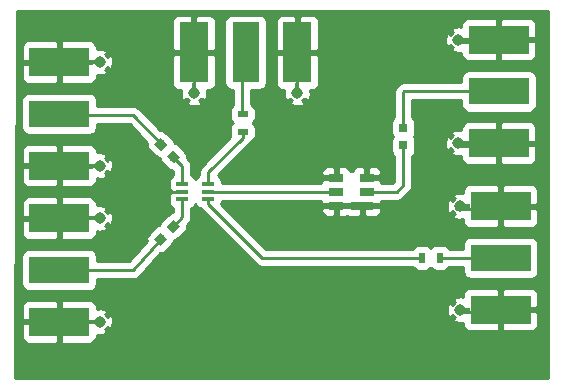
<source format=gbr>
%TF.GenerationSoftware,KiCad,Pcbnew,(2017-10-17 revision 537804b)-master*%
%TF.CreationDate,2018-07-24T22:51:58+10:00*%
%TF.ProjectId,rf_matching,72665F6D61746368696E672E6B696361,rev?*%
%TF.SameCoordinates,PX8094428PY7b4f620*%
%TF.FileFunction,Copper,L1,Top,Signal*%
%TF.FilePolarity,Positive*%
%FSLAX46Y46*%
G04 Gerber Fmt 4.6, Leading zero omitted, Abs format (unit mm)*
G04 Created by KiCad (PCBNEW (2017-10-17 revision 537804b)-master) date Tuesday, 24 July 2018 'PMt' 22:51:58*
%MOMM*%
%LPD*%
G01*
G04 APERTURE LIST*
%TA.AperFunction,SMDPad,CuDef*%
%ADD10R,5.080000X2.290000*%
%TD*%
%TA.AperFunction,SMDPad,CuDef*%
%ADD11R,5.080000X2.420000*%
%TD*%
%TA.AperFunction,ViaPad*%
%ADD12C,0.970000*%
%TD*%
%TA.AperFunction,Conductor*%
%ADD13R,0.890000X0.460000*%
%TD*%
%TA.AperFunction,SMDPad,CuDef*%
%ADD14R,1.000000X0.300000*%
%TD*%
%TA.AperFunction,SMDPad,CuDef*%
%ADD15R,1.960000X0.650000*%
%TD*%
%TA.AperFunction,SMDPad,CuDef*%
%ADD16R,1.200000X0.650000*%
%TD*%
%TA.AperFunction,SMDPad,CuDef*%
%ADD17R,2.290000X5.080000*%
%TD*%
%TA.AperFunction,SMDPad,CuDef*%
%ADD18R,2.420000X5.080000*%
%TD*%
%TA.AperFunction,Conductor*%
%ADD19R,0.460000X0.890000*%
%TD*%
%TA.AperFunction,SMDPad,CuDef*%
%ADD20R,0.900000X0.500000*%
%TD*%
%TA.AperFunction,SMDPad,CuDef*%
%ADD21R,0.500000X0.900000*%
%TD*%
%TA.AperFunction,SMDPad,CuDef*%
%ADD22R,0.750000X0.800000*%
%TD*%
%TA.AperFunction,SMDPad,CuDef*%
%ADD23C,0.750000*%
%TD*%
%TA.AperFunction,Conductor*%
%ADD24C,0.100000*%
%TD*%
%TA.AperFunction,Conductor*%
%ADD25C,0.250000*%
%TD*%
%TA.AperFunction,Conductor*%
%ADD26C,0.254000*%
%TD*%
G04 APERTURE END LIST*
D10*
%TO.P,J1,1*%
%TO.N,Net-(C2-Pad2)*%
X23505000Y42150000D03*
D11*
%TO.P,J1,2*%
%TO.N,GND*%
X23505000Y46530000D03*
X23505000Y37770000D03*
D12*
%TD*%
%TO.N,GND*%
%TO.C,J1*%
X26945000Y46530000D03*
%TO.N,GND*%
%TO.C,J1*%
X26945000Y37770000D03*
D13*
X26495000Y46530000D03*
X26495000Y37770000D03*
%TD*%
%TO.N,GND*%
%TO.C,J2*%
X26495000Y24545000D03*
X26495000Y33305000D03*
D12*
X26945000Y24545000D03*
X26945000Y33305000D03*
D11*
%TD*%
%TO.P,J2,2*%
%TO.N,GND*%
X23505000Y24545000D03*
%TO.P,J2,2*%
%TO.N,GND*%
X23505000Y33305000D03*
D10*
%TO.P,J2,1*%
%TO.N,Net-(C3-Pad2)*%
X23505000Y28925000D03*
%TD*%
%TO.P,J3,1*%
%TO.N,Net-(J3-Pad1)*%
X60895000Y29950000D03*
D11*
%TO.P,J3,2*%
%TO.N,GND*%
X60895000Y25570000D03*
X60895000Y34330000D03*
D12*
%TD*%
%TO.N,GND*%
%TO.C,J3*%
X57455000Y25570000D03*
%TO.N,GND*%
%TO.C,J3*%
X57455000Y34330000D03*
D13*
X57905000Y25570000D03*
X57905000Y34330000D03*
%TD*%
%TO.N,GND*%
%TO.C,J4*%
X57755000Y48430000D03*
X57755000Y39670000D03*
D12*
X57305000Y48430000D03*
X57305000Y39670000D03*
D11*
%TD*%
%TO.P,J4,2*%
%TO.N,GND*%
X60745000Y48430000D03*
%TO.P,J4,2*%
%TO.N,GND*%
X60745000Y39670000D03*
D10*
%TO.P,J4,1*%
%TO.N,Net-(C1-Pad1)*%
X60745000Y44050000D03*
%TD*%
D14*
%TO.P,U1,1*%
%TO.N,Net-(C2-Pad1)*%
X33950000Y36200000D03*
%TO.P,U1,2*%
%TO.N,GND*%
X33950000Y35550000D03*
%TO.P,U1,3*%
%TO.N,Net-(C3-Pad1)*%
X33950000Y34900000D03*
%TO.P,U1,4*%
%TO.N,Net-(R2-Pad2)*%
X36150000Y34900000D03*
%TO.P,U1,5*%
%TO.N,Net-(U1-Pad5)*%
X36150000Y35550000D03*
%TO.P,U1,6*%
%TO.N,Net-(R1-Pad1)*%
X36150000Y36200000D03*
%TD*%
D15*
%TO.P,U2,1*%
%TO.N,GND*%
X49180000Y34350000D03*
D16*
%TO.P,U2,2*%
%TO.N,Net-(C1-Pad2)*%
X49550000Y35550000D03*
%TO.P,U2,3*%
%TO.N,GND*%
X49550000Y36750000D03*
%TO.P,U2,4*%
X46950000Y36750000D03*
%TO.P,U2,5*%
%TO.N,Net-(U1-Pad5)*%
X46950000Y35550000D03*
%TO.P,U2,6*%
%TO.N,GND*%
X46950000Y34350000D03*
%TD*%
D17*
%TO.P,J5,1*%
%TO.N,Net-(J5-Pad1)*%
X39300000Y47345000D03*
D18*
%TO.P,J5,2*%
%TO.N,GND*%
X43680000Y47345000D03*
X34920000Y47345000D03*
D12*
%TD*%
%TO.N,GND*%
%TO.C,J5*%
X43680000Y43905000D03*
%TO.N,GND*%
%TO.C,J5*%
X34920000Y43905000D03*
D19*
X43680000Y44355000D03*
X34920000Y44355000D03*
%TD*%
D20*
%TO.P,R1,2*%
%TO.N,Net-(J5-Pad1)*%
X39050000Y42125000D03*
%TO.P,R1,1*%
%TO.N,Net-(R1-Pad1)*%
X39050000Y40625000D03*
%TD*%
D21*
%TO.P,R2,1*%
%TO.N,Net-(J3-Pad1)*%
X55725000Y29975000D03*
%TO.P,R2,2*%
%TO.N,Net-(R2-Pad2)*%
X54225000Y29975000D03*
%TD*%
D22*
%TO.P,C1,2*%
%TO.N,Net-(C1-Pad2)*%
X52650000Y39475000D03*
%TO.P,C1,1*%
%TO.N,Net-(C1-Pad1)*%
X52650000Y40975000D03*
%TD*%
D23*
%TO.P,C2,2*%
%TO.N,Net-(C2-Pad2)*%
X32119670Y39555330D03*
D24*
%TD*%
%TO.N,Net-(C2-Pad2)*%
%TO.C,C2*%
G36*
X32667678Y39537652D02*
X32137348Y39007322D01*
X31571662Y39573008D01*
X32101992Y40103338D01*
X32667678Y39537652D01*
X32667678Y39537652D01*
G37*
D23*
%TO.P,C2,1*%
%TO.N,Net-(C2-Pad1)*%
X33180330Y38494670D03*
D24*
%TD*%
%TO.N,Net-(C2-Pad1)*%
%TO.C,C2*%
G36*
X33728338Y38476992D02*
X33198008Y37946662D01*
X32632322Y38512348D01*
X33162652Y39042678D01*
X33728338Y38476992D01*
X33728338Y38476992D01*
G37*
D23*
%TO.P,C3,1*%
%TO.N,Net-(C3-Pad1)*%
X33155330Y32605330D03*
D24*
%TD*%
%TO.N,Net-(C3-Pad1)*%
%TO.C,C3*%
G36*
X33173008Y33153338D02*
X33703338Y32623008D01*
X33137652Y32057322D01*
X32607322Y32587652D01*
X33173008Y33153338D01*
X33173008Y33153338D01*
G37*
D23*
%TO.P,C3,2*%
%TO.N,Net-(C3-Pad2)*%
X32094670Y31544670D03*
D24*
%TD*%
%TO.N,Net-(C3-Pad2)*%
%TO.C,C3*%
G36*
X32112348Y32092678D02*
X32642678Y31562348D01*
X32076992Y30996662D01*
X31546662Y31526992D01*
X32112348Y32092678D01*
X32112348Y32092678D01*
G37*
D25*
%TO.N,GND*%
X43680000Y43905000D02*
X43680000Y47345000D01*
X34920000Y43905000D02*
X34920000Y47345000D01*
X43430000Y45105000D02*
X43430000Y48545000D01*
X34670000Y45105000D02*
X34670000Y48545000D01*
X33950000Y35550000D02*
X28390000Y35550000D01*
X22755000Y33305000D02*
X25545000Y33305000D01*
X25545000Y33305000D02*
X26195000Y33305000D01*
X22755000Y24545000D02*
X25545000Y24545000D01*
X25545000Y24545000D02*
X26195000Y24545000D01*
%TO.N,Net-(J3-Pad1)*%
X60895000Y29950000D02*
X55750000Y29950000D01*
X55750000Y29950000D02*
X55725000Y29975000D01*
%TO.N,Net-(U1-Pad5)*%
X36150000Y35550000D02*
X46950000Y35550000D01*
%TO.N,Net-(J5-Pad1)*%
X39025000Y47370000D02*
X39025000Y42150000D01*
%TO.N,Net-(R1-Pad1)*%
X36150000Y36200000D02*
X36150000Y37225000D01*
X36150000Y37225000D02*
X39050000Y40125000D01*
X39050000Y40125000D02*
X39050000Y40625000D01*
%TO.N,Net-(R2-Pad2)*%
X54225000Y29975000D02*
X40675000Y29975000D01*
X40675000Y29975000D02*
X36150000Y34500000D01*
X36150000Y34500000D02*
X36150000Y34900000D01*
%TO.N,Net-(C1-Pad2)*%
X49550000Y35550000D02*
X52075000Y35550000D01*
X52075000Y35550000D02*
X52650000Y36125000D01*
X52650000Y36125000D02*
X52650000Y39475000D01*
%TO.N,Net-(C2-Pad2)*%
X29800000Y42050000D02*
X32119670Y39555330D01*
%TO.N,Net-(C2-Pad1)*%
X33180330Y38494670D02*
X33950000Y37725000D01*
X33950000Y37725000D02*
X33950000Y36200000D01*
%TO.N,Net-(C3-Pad1)*%
X33950000Y33400000D02*
X33950000Y34900000D01*
X33155330Y32605330D02*
X33950000Y33400000D01*
%TO.N,Net-(C3-Pad2)*%
X29800000Y28900000D02*
X32094670Y31544670D01*
X29800000Y28900000D02*
X22855000Y28900000D01*
%TO.N,Net-(C2-Pad2)*%
X29800000Y42050000D02*
X22830000Y42050000D01*
%TO.N,GND*%
X22830000Y37670000D02*
X26270000Y37670000D01*
X22830000Y46430000D02*
X26270000Y46430000D01*
X60695000Y48205000D02*
X57255000Y48205000D01*
X60695000Y39445000D02*
X57255000Y39445000D01*
X60570000Y34105000D02*
X57130000Y34105000D01*
X60570000Y25345000D02*
X57130000Y25345000D01*
%TO.N,Net-(J5-Pad1)*%
X39025000Y42150000D02*
X39050000Y42125000D01*
%TO.N,Net-(C1-Pad1)*%
X52650000Y40975000D02*
X52650000Y44000000D01*
X52650000Y44000000D02*
X52700000Y44050000D01*
X52700000Y44050000D02*
X60745000Y44050000D01*
%TD*%
D26*
%TO.N,GND*%
G36*
X64940000Y19760000D02*
X21979151Y19760000D01*
X19764462Y19774459D01*
X19791997Y24259250D01*
X20330000Y24259250D01*
X20330000Y23208690D01*
X20426673Y22975301D01*
X20605302Y22796673D01*
X20838691Y22700000D01*
X23219250Y22700000D01*
X23378000Y22858750D01*
X23378000Y24418000D01*
X20488750Y24418000D01*
X20330000Y24259250D01*
X19791997Y24259250D01*
X19801955Y25881310D01*
X20330000Y25881310D01*
X20330000Y24830750D01*
X20488750Y24672000D01*
X23378000Y24672000D01*
X23378000Y26231250D01*
X23632000Y26231250D01*
X23632000Y24672000D01*
X23652000Y24672000D01*
X23652000Y24418000D01*
X23632000Y24418000D01*
X23632000Y22858750D01*
X23790750Y22700000D01*
X26171309Y22700000D01*
X26404698Y22796673D01*
X26583327Y22975301D01*
X26680000Y23208690D01*
X26680000Y23452871D01*
X26803564Y23411851D01*
X27247968Y23443982D01*
X27509308Y23552232D01*
X27544595Y23765800D01*
X27416710Y23893685D01*
X27478327Y23955301D01*
X27547443Y24122162D01*
X27724200Y23945405D01*
X27937768Y23980692D01*
X28078149Y24403564D01*
X28046018Y24847968D01*
X27937768Y25109308D01*
X27724200Y25144595D01*
X27547443Y24967838D01*
X27478327Y25134699D01*
X27416710Y25196315D01*
X27544595Y25324200D01*
X27509308Y25537768D01*
X27086436Y25678149D01*
X26680000Y25648763D01*
X26680000Y25711436D01*
X56321851Y25711436D01*
X56353982Y25267032D01*
X56462232Y25005692D01*
X56675800Y24970405D01*
X56852557Y25147162D01*
X56921673Y24980301D01*
X56983290Y24918685D01*
X56855405Y24790800D01*
X56890692Y24577232D01*
X57313564Y24436851D01*
X57720000Y24466237D01*
X57720000Y24233690D01*
X57816673Y24000301D01*
X57995302Y23821673D01*
X58228691Y23725000D01*
X60609250Y23725000D01*
X60768000Y23883750D01*
X60768000Y25443000D01*
X61022000Y25443000D01*
X61022000Y23883750D01*
X61180750Y23725000D01*
X63561309Y23725000D01*
X63794698Y23821673D01*
X63973327Y24000301D01*
X64070000Y24233690D01*
X64070000Y25284250D01*
X63911250Y25443000D01*
X61022000Y25443000D01*
X60768000Y25443000D01*
X60748000Y25443000D01*
X60748000Y25697000D01*
X60768000Y25697000D01*
X60768000Y27256250D01*
X61022000Y27256250D01*
X61022000Y25697000D01*
X63911250Y25697000D01*
X64070000Y25855750D01*
X64070000Y26906310D01*
X63973327Y27139699D01*
X63794698Y27318327D01*
X63561309Y27415000D01*
X61180750Y27415000D01*
X61022000Y27256250D01*
X60768000Y27256250D01*
X60609250Y27415000D01*
X58228691Y27415000D01*
X57995302Y27318327D01*
X57816673Y27139699D01*
X57720000Y26906310D01*
X57720000Y26662129D01*
X57596436Y26703149D01*
X57152032Y26671018D01*
X56890692Y26562768D01*
X56855405Y26349200D01*
X56983290Y26221315D01*
X56921673Y26159699D01*
X56852557Y25992838D01*
X56675800Y26169595D01*
X56462232Y26134308D01*
X56321851Y25711436D01*
X26680000Y25711436D01*
X26680000Y25881310D01*
X26583327Y26114699D01*
X26404698Y26293327D01*
X26171309Y26390000D01*
X23790750Y26390000D01*
X23632000Y26231250D01*
X23378000Y26231250D01*
X23219250Y26390000D01*
X20838691Y26390000D01*
X20605302Y26293327D01*
X20426673Y26114699D01*
X20330000Y25881310D01*
X19801955Y25881310D01*
X19845779Y33019250D01*
X20330000Y33019250D01*
X20330000Y31968690D01*
X20426673Y31735301D01*
X20605302Y31556673D01*
X20838691Y31460000D01*
X23219250Y31460000D01*
X23378000Y31618750D01*
X23378000Y33178000D01*
X20488750Y33178000D01*
X20330000Y33019250D01*
X19845779Y33019250D01*
X19855738Y34641310D01*
X20330000Y34641310D01*
X20330000Y33590750D01*
X20488750Y33432000D01*
X23378000Y33432000D01*
X23378000Y34991250D01*
X23632000Y34991250D01*
X23632000Y33432000D01*
X23652000Y33432000D01*
X23652000Y33178000D01*
X23632000Y33178000D01*
X23632000Y31618750D01*
X23790750Y31460000D01*
X26171309Y31460000D01*
X26404698Y31556673D01*
X26583327Y31735301D01*
X26680000Y31968690D01*
X26680000Y32212871D01*
X26803564Y32171851D01*
X27247968Y32203982D01*
X27509308Y32312232D01*
X27544595Y32525800D01*
X27416710Y32653685D01*
X27478327Y32715301D01*
X27547443Y32882162D01*
X27724200Y32705405D01*
X27937768Y32740692D01*
X28078149Y33163564D01*
X28046018Y33607968D01*
X27937768Y33869308D01*
X27724200Y33904595D01*
X27547443Y33727838D01*
X27478327Y33894699D01*
X27416710Y33956315D01*
X27544595Y34084200D01*
X27509308Y34297768D01*
X27086436Y34438149D01*
X26680000Y34408763D01*
X26680000Y34641310D01*
X26583327Y34874699D01*
X26404698Y35053327D01*
X26171309Y35150000D01*
X23790750Y35150000D01*
X23632000Y34991250D01*
X23378000Y34991250D01*
X23219250Y35150000D01*
X20838691Y35150000D01*
X20605302Y35053327D01*
X20426673Y34874699D01*
X20330000Y34641310D01*
X19855738Y34641310D01*
X19873193Y37484250D01*
X20330000Y37484250D01*
X20330000Y36433690D01*
X20426673Y36200301D01*
X20605302Y36021673D01*
X20838691Y35925000D01*
X23219250Y35925000D01*
X23378000Y36083750D01*
X23378000Y37643000D01*
X20488750Y37643000D01*
X20330000Y37484250D01*
X19873193Y37484250D01*
X19883152Y39106310D01*
X20330000Y39106310D01*
X20330000Y38055750D01*
X20488750Y37897000D01*
X23378000Y37897000D01*
X23378000Y39456250D01*
X23632000Y39456250D01*
X23632000Y37897000D01*
X23652000Y37897000D01*
X23652000Y37643000D01*
X23632000Y37643000D01*
X23632000Y36083750D01*
X23790750Y35925000D01*
X26171309Y35925000D01*
X26404698Y36021673D01*
X26583327Y36200301D01*
X26680000Y36433690D01*
X26680000Y36677871D01*
X26803564Y36636851D01*
X27247968Y36668982D01*
X27509308Y36777232D01*
X27544595Y36990800D01*
X27416710Y37118685D01*
X27478327Y37180301D01*
X27547443Y37347162D01*
X27724200Y37170405D01*
X27937768Y37205692D01*
X28078149Y37628564D01*
X28046018Y38072968D01*
X27937768Y38334308D01*
X27724200Y38369595D01*
X27547443Y38192838D01*
X27478327Y38359699D01*
X27416710Y38421315D01*
X27544595Y38549200D01*
X27509308Y38762768D01*
X27086436Y38903149D01*
X26680000Y38873763D01*
X26680000Y39106310D01*
X26583327Y39339699D01*
X26404698Y39518327D01*
X26171309Y39615000D01*
X23790750Y39615000D01*
X23632000Y39456250D01*
X23378000Y39456250D01*
X23219250Y39615000D01*
X20838691Y39615000D01*
X20605302Y39518327D01*
X20426673Y39339699D01*
X20330000Y39106310D01*
X19883152Y39106310D01*
X19908870Y43295000D01*
X20317560Y43295000D01*
X20317560Y41005000D01*
X20366843Y40757235D01*
X20507191Y40547191D01*
X20717235Y40406843D01*
X20965000Y40357560D01*
X26045000Y40357560D01*
X26292765Y40406843D01*
X26502809Y40547191D01*
X26643157Y40757235D01*
X26692440Y41005000D01*
X26692440Y41290000D01*
X29468897Y41290000D01*
X30949108Y39698120D01*
X30924222Y39573008D01*
X30973505Y39325243D01*
X31113853Y39115199D01*
X31679539Y38549513D01*
X31889583Y38409165D01*
X32010178Y38385178D01*
X32034165Y38264583D01*
X32174513Y38054539D01*
X32740199Y37488853D01*
X32950243Y37348505D01*
X33190000Y37300815D01*
X33190000Y36939982D01*
X32992191Y36807809D01*
X32851843Y36597765D01*
X32802560Y36350000D01*
X32802560Y36050000D01*
X32836655Y35878589D01*
X32815000Y35826309D01*
X32815000Y35783750D01*
X32963258Y35635492D01*
X32992191Y35592191D01*
X33055334Y35550000D01*
X32992191Y35507809D01*
X32963258Y35464508D01*
X32815000Y35316250D01*
X32815000Y35273691D01*
X32836655Y35221411D01*
X32802560Y35050000D01*
X32802560Y34750000D01*
X32851843Y34502235D01*
X32992191Y34292191D01*
X33190000Y34160018D01*
X33190000Y33797398D01*
X33173008Y33800778D01*
X32925243Y33751495D01*
X32715199Y33611147D01*
X32149513Y33045461D01*
X32009165Y32835417D01*
X31985178Y32714822D01*
X31864583Y32690835D01*
X31654539Y32550487D01*
X31088853Y31984801D01*
X30948505Y31774757D01*
X30899222Y31526992D01*
X30931656Y31363935D01*
X29453222Y29660000D01*
X26692440Y29660000D01*
X26692440Y30070000D01*
X26643157Y30317765D01*
X26502809Y30527809D01*
X26292765Y30668157D01*
X26045000Y30717440D01*
X20965000Y30717440D01*
X20717235Y30668157D01*
X20507191Y30527809D01*
X20366843Y30317765D01*
X20317560Y30070000D01*
X20317560Y27780000D01*
X20366843Y27532235D01*
X20507191Y27322191D01*
X20717235Y27181843D01*
X20965000Y27132560D01*
X26045000Y27132560D01*
X26292765Y27181843D01*
X26502809Y27322191D01*
X26643157Y27532235D01*
X26692440Y27780000D01*
X26692440Y28140000D01*
X29800000Y28140000D01*
X29826706Y28145312D01*
X29853719Y28141901D01*
X29971286Y28174071D01*
X30090839Y28197852D01*
X30113480Y28212980D01*
X30139741Y28220166D01*
X30236047Y28294877D01*
X30337401Y28362599D01*
X30352528Y28385238D01*
X30374042Y28401928D01*
X32065595Y30351489D01*
X32076992Y30349222D01*
X32324757Y30398505D01*
X32534801Y30538853D01*
X33100487Y31104539D01*
X33240835Y31314583D01*
X33264822Y31435178D01*
X33385417Y31459165D01*
X33595461Y31599513D01*
X34161147Y32165199D01*
X34301495Y32375243D01*
X34350778Y32623008D01*
X34333695Y32708893D01*
X34487401Y32862599D01*
X34652148Y33109161D01*
X34710000Y33400000D01*
X34710000Y34160018D01*
X34907809Y34292191D01*
X35048157Y34502235D01*
X35050000Y34511500D01*
X35051843Y34502235D01*
X35192191Y34292191D01*
X35402235Y34151843D01*
X35499013Y34132593D01*
X35612599Y33962599D01*
X40137599Y29437599D01*
X40384160Y29272852D01*
X40675000Y29215000D01*
X53418427Y29215000D01*
X53517191Y29067191D01*
X53727235Y28926843D01*
X53975000Y28877560D01*
X54475000Y28877560D01*
X54722765Y28926843D01*
X54932809Y29067191D01*
X54975000Y29130334D01*
X55017191Y29067191D01*
X55227235Y28926843D01*
X55475000Y28877560D01*
X55975000Y28877560D01*
X56222765Y28926843D01*
X56432809Y29067191D01*
X56514868Y29190000D01*
X57707560Y29190000D01*
X57707560Y28805000D01*
X57756843Y28557235D01*
X57897191Y28347191D01*
X58107235Y28206843D01*
X58355000Y28157560D01*
X63435000Y28157560D01*
X63682765Y28206843D01*
X63892809Y28347191D01*
X64033157Y28557235D01*
X64082440Y28805000D01*
X64082440Y31095000D01*
X64033157Y31342765D01*
X63892809Y31552809D01*
X63682765Y31693157D01*
X63435000Y31742440D01*
X58355000Y31742440D01*
X58107235Y31693157D01*
X57897191Y31552809D01*
X57756843Y31342765D01*
X57707560Y31095000D01*
X57707560Y30710000D01*
X56548277Y30710000D01*
X56432809Y30882809D01*
X56222765Y31023157D01*
X55975000Y31072440D01*
X55475000Y31072440D01*
X55227235Y31023157D01*
X55017191Y30882809D01*
X54975000Y30819666D01*
X54932809Y30882809D01*
X54722765Y31023157D01*
X54475000Y31072440D01*
X53975000Y31072440D01*
X53727235Y31023157D01*
X53517191Y30882809D01*
X53418427Y30735000D01*
X40989802Y30735000D01*
X37660552Y34064250D01*
X45715000Y34064250D01*
X45715000Y33898690D01*
X45811673Y33665301D01*
X45990302Y33486673D01*
X46223691Y33390000D01*
X46664250Y33390000D01*
X46823000Y33548750D01*
X46823000Y34223000D01*
X47077000Y34223000D01*
X47077000Y33548750D01*
X47235750Y33390000D01*
X47676309Y33390000D01*
X47875000Y33472301D01*
X48073691Y33390000D01*
X48894250Y33390000D01*
X49053000Y33548750D01*
X49053000Y34223000D01*
X49307000Y34223000D01*
X49307000Y33548750D01*
X49465750Y33390000D01*
X50286309Y33390000D01*
X50519698Y33486673D01*
X50698327Y33665301D01*
X50795000Y33898690D01*
X50795000Y34064250D01*
X50636250Y34223000D01*
X49307000Y34223000D01*
X49053000Y34223000D01*
X47077000Y34223000D01*
X46823000Y34223000D01*
X45873750Y34223000D01*
X45715000Y34064250D01*
X37660552Y34064250D01*
X37253366Y34471436D01*
X56321851Y34471436D01*
X56353982Y34027032D01*
X56462232Y33765692D01*
X56675800Y33730405D01*
X56852557Y33907162D01*
X56921673Y33740301D01*
X56983290Y33678685D01*
X56855405Y33550800D01*
X56890692Y33337232D01*
X57313564Y33196851D01*
X57720000Y33226237D01*
X57720000Y32993690D01*
X57816673Y32760301D01*
X57995302Y32581673D01*
X58228691Y32485000D01*
X60609250Y32485000D01*
X60768000Y32643750D01*
X60768000Y34203000D01*
X61022000Y34203000D01*
X61022000Y32643750D01*
X61180750Y32485000D01*
X63561309Y32485000D01*
X63794698Y32581673D01*
X63973327Y32760301D01*
X64070000Y32993690D01*
X64070000Y34044250D01*
X63911250Y34203000D01*
X61022000Y34203000D01*
X60768000Y34203000D01*
X60748000Y34203000D01*
X60748000Y34457000D01*
X60768000Y34457000D01*
X60768000Y36016250D01*
X61022000Y36016250D01*
X61022000Y34457000D01*
X63911250Y34457000D01*
X64070000Y34615750D01*
X64070000Y35666310D01*
X63973327Y35899699D01*
X63794698Y36078327D01*
X63561309Y36175000D01*
X61180750Y36175000D01*
X61022000Y36016250D01*
X60768000Y36016250D01*
X60609250Y36175000D01*
X58228691Y36175000D01*
X57995302Y36078327D01*
X57816673Y35899699D01*
X57720000Y35666310D01*
X57720000Y35422129D01*
X57596436Y35463149D01*
X57152032Y35431018D01*
X56890692Y35322768D01*
X56855405Y35109200D01*
X56983290Y34981315D01*
X56921673Y34919699D01*
X56852557Y34752838D01*
X56675800Y34929595D01*
X56462232Y34894308D01*
X56321851Y34471436D01*
X37253366Y34471436D01*
X37237907Y34486895D01*
X37248157Y34502235D01*
X37297440Y34750000D01*
X37297440Y34790000D01*
X45715000Y34790000D01*
X45715000Y34635750D01*
X45873750Y34477000D01*
X46823000Y34477000D01*
X46823000Y34497000D01*
X47077000Y34497000D01*
X47077000Y34477000D01*
X49053000Y34477000D01*
X49053000Y34497000D01*
X49307000Y34497000D01*
X49307000Y34477000D01*
X50636250Y34477000D01*
X50795000Y34635750D01*
X50795000Y34790000D01*
X52075000Y34790000D01*
X52365839Y34847852D01*
X52612401Y35012599D01*
X53187401Y35587599D01*
X53352148Y35834161D01*
X53410000Y36125000D01*
X53410000Y38568541D01*
X53482809Y38617191D01*
X53623157Y38827235D01*
X53672440Y39075000D01*
X53672440Y39811436D01*
X56171851Y39811436D01*
X56203982Y39367032D01*
X56312232Y39105692D01*
X56525800Y39070405D01*
X56702557Y39247162D01*
X56771673Y39080301D01*
X56833290Y39018685D01*
X56705405Y38890800D01*
X56740692Y38677232D01*
X57163564Y38536851D01*
X57570000Y38566237D01*
X57570000Y38333690D01*
X57666673Y38100301D01*
X57845302Y37921673D01*
X58078691Y37825000D01*
X60459250Y37825000D01*
X60618000Y37983750D01*
X60618000Y39543000D01*
X60872000Y39543000D01*
X60872000Y37983750D01*
X61030750Y37825000D01*
X63411309Y37825000D01*
X63644698Y37921673D01*
X63823327Y38100301D01*
X63920000Y38333690D01*
X63920000Y39384250D01*
X63761250Y39543000D01*
X60872000Y39543000D01*
X60618000Y39543000D01*
X60598000Y39543000D01*
X60598000Y39797000D01*
X60618000Y39797000D01*
X60618000Y41356250D01*
X60872000Y41356250D01*
X60872000Y39797000D01*
X63761250Y39797000D01*
X63920000Y39955750D01*
X63920000Y41006310D01*
X63823327Y41239699D01*
X63644698Y41418327D01*
X63411309Y41515000D01*
X61030750Y41515000D01*
X60872000Y41356250D01*
X60618000Y41356250D01*
X60459250Y41515000D01*
X58078691Y41515000D01*
X57845302Y41418327D01*
X57666673Y41239699D01*
X57570000Y41006310D01*
X57570000Y40762129D01*
X57446436Y40803149D01*
X57002032Y40771018D01*
X56740692Y40662768D01*
X56705405Y40449200D01*
X56833290Y40321315D01*
X56771673Y40259699D01*
X56702557Y40092838D01*
X56525800Y40269595D01*
X56312232Y40234308D01*
X56171851Y39811436D01*
X53672440Y39811436D01*
X53672440Y39875000D01*
X53623157Y40122765D01*
X53554845Y40225000D01*
X53623157Y40327235D01*
X53672440Y40575000D01*
X53672440Y41375000D01*
X53623157Y41622765D01*
X53482809Y41832809D01*
X53410000Y41881459D01*
X53410000Y43290000D01*
X57557560Y43290000D01*
X57557560Y42905000D01*
X57606843Y42657235D01*
X57747191Y42447191D01*
X57957235Y42306843D01*
X58205000Y42257560D01*
X63285000Y42257560D01*
X63532765Y42306843D01*
X63742809Y42447191D01*
X63883157Y42657235D01*
X63932440Y42905000D01*
X63932440Y45195000D01*
X63883157Y45442765D01*
X63742809Y45652809D01*
X63532765Y45793157D01*
X63285000Y45842440D01*
X58205000Y45842440D01*
X57957235Y45793157D01*
X57747191Y45652809D01*
X57606843Y45442765D01*
X57557560Y45195000D01*
X57557560Y44810000D01*
X52700000Y44810000D01*
X52409161Y44752148D01*
X52162599Y44587401D01*
X52112599Y44537401D01*
X51947852Y44290839D01*
X51890000Y44000000D01*
X51890000Y41881459D01*
X51817191Y41832809D01*
X51676843Y41622765D01*
X51627560Y41375000D01*
X51627560Y40575000D01*
X51676843Y40327235D01*
X51745155Y40225000D01*
X51676843Y40122765D01*
X51627560Y39875000D01*
X51627560Y39075000D01*
X51676843Y38827235D01*
X51817191Y38617191D01*
X51890000Y38568541D01*
X51890000Y36439802D01*
X51760198Y36310000D01*
X50785000Y36310000D01*
X50785000Y36464250D01*
X50626250Y36623000D01*
X49677000Y36623000D01*
X49677000Y36603000D01*
X49423000Y36603000D01*
X49423000Y36623000D01*
X49403000Y36623000D01*
X49403000Y36877000D01*
X49423000Y36877000D01*
X49423000Y37551250D01*
X49677000Y37551250D01*
X49677000Y36877000D01*
X50626250Y36877000D01*
X50785000Y37035750D01*
X50785000Y37201310D01*
X50688327Y37434699D01*
X50509698Y37613327D01*
X50276309Y37710000D01*
X49835750Y37710000D01*
X49677000Y37551250D01*
X49423000Y37551250D01*
X49264250Y37710000D01*
X48823691Y37710000D01*
X48590302Y37613327D01*
X48411673Y37434699D01*
X48360272Y37310606D01*
X48136741Y37317816D01*
X48088327Y37434699D01*
X47909698Y37613327D01*
X47676309Y37710000D01*
X47235750Y37710000D01*
X47077000Y37551250D01*
X47077000Y36877000D01*
X47097000Y36877000D01*
X47097000Y36623000D01*
X47077000Y36623000D01*
X47077000Y36603000D01*
X46823000Y36603000D01*
X46823000Y36623000D01*
X45873750Y36623000D01*
X45715000Y36464250D01*
X45715000Y36310000D01*
X37297440Y36310000D01*
X37297440Y36350000D01*
X37248157Y36597765D01*
X37107809Y36807809D01*
X36927854Y36928052D01*
X37201112Y37201310D01*
X45715000Y37201310D01*
X45715000Y37035750D01*
X45873750Y36877000D01*
X46823000Y36877000D01*
X46823000Y37551250D01*
X46664250Y37710000D01*
X46223691Y37710000D01*
X45990302Y37613327D01*
X45811673Y37434699D01*
X45715000Y37201310D01*
X37201112Y37201310D01*
X39587401Y39587599D01*
X39708651Y39769063D01*
X39747765Y39776843D01*
X39957809Y39917191D01*
X40098157Y40127235D01*
X40147440Y40375000D01*
X40147440Y40875000D01*
X40098157Y41122765D01*
X39957809Y41332809D01*
X39894666Y41375000D01*
X39957809Y41417191D01*
X40098157Y41627235D01*
X40147440Y41875000D01*
X40147440Y42375000D01*
X40098157Y42622765D01*
X39957809Y42832809D01*
X39785000Y42948277D01*
X39785000Y44157560D01*
X40445000Y44157560D01*
X40692765Y44206843D01*
X40902809Y44347191D01*
X41043157Y44557235D01*
X41092440Y44805000D01*
X41092440Y47059250D01*
X41835000Y47059250D01*
X41835000Y44678691D01*
X41931673Y44445302D01*
X42110301Y44266673D01*
X42343690Y44170000D01*
X42587871Y44170000D01*
X42546851Y44046436D01*
X42578982Y43602032D01*
X42687232Y43340692D01*
X42900800Y43305405D01*
X43028685Y43433290D01*
X43090301Y43371673D01*
X43257162Y43302557D01*
X43080405Y43125800D01*
X43115692Y42912232D01*
X43538564Y42771851D01*
X43982968Y42803982D01*
X44244308Y42912232D01*
X44279595Y43125800D01*
X44102838Y43302557D01*
X44269699Y43371673D01*
X44331315Y43433290D01*
X44459200Y43305405D01*
X44672768Y43340692D01*
X44813149Y43763564D01*
X44783763Y44170000D01*
X45016310Y44170000D01*
X45249699Y44266673D01*
X45428327Y44445302D01*
X45525000Y44678691D01*
X45525000Y47059250D01*
X45366250Y47218000D01*
X43807000Y47218000D01*
X43807000Y47198000D01*
X43553000Y47198000D01*
X43553000Y47218000D01*
X41993750Y47218000D01*
X41835000Y47059250D01*
X41092440Y47059250D01*
X41092440Y49885000D01*
X41067316Y50011309D01*
X41835000Y50011309D01*
X41835000Y47630750D01*
X41993750Y47472000D01*
X43553000Y47472000D01*
X43553000Y50361250D01*
X43807000Y50361250D01*
X43807000Y47472000D01*
X45366250Y47472000D01*
X45525000Y47630750D01*
X45525000Y48571436D01*
X56171851Y48571436D01*
X56203982Y48127032D01*
X56312232Y47865692D01*
X56525800Y47830405D01*
X56702557Y48007162D01*
X56771673Y47840301D01*
X56833290Y47778685D01*
X56705405Y47650800D01*
X56740692Y47437232D01*
X57163564Y47296851D01*
X57570000Y47326237D01*
X57570000Y47093690D01*
X57666673Y46860301D01*
X57845302Y46681673D01*
X58078691Y46585000D01*
X60459250Y46585000D01*
X60618000Y46743750D01*
X60618000Y48303000D01*
X60872000Y48303000D01*
X60872000Y46743750D01*
X61030750Y46585000D01*
X63411309Y46585000D01*
X63644698Y46681673D01*
X63823327Y46860301D01*
X63920000Y47093690D01*
X63920000Y48144250D01*
X63761250Y48303000D01*
X60872000Y48303000D01*
X60618000Y48303000D01*
X60598000Y48303000D01*
X60598000Y48557000D01*
X60618000Y48557000D01*
X60618000Y50116250D01*
X60872000Y50116250D01*
X60872000Y48557000D01*
X63761250Y48557000D01*
X63920000Y48715750D01*
X63920000Y49766310D01*
X63823327Y49999699D01*
X63644698Y50178327D01*
X63411309Y50275000D01*
X61030750Y50275000D01*
X60872000Y50116250D01*
X60618000Y50116250D01*
X60459250Y50275000D01*
X58078691Y50275000D01*
X57845302Y50178327D01*
X57666673Y49999699D01*
X57570000Y49766310D01*
X57570000Y49522129D01*
X57446436Y49563149D01*
X57002032Y49531018D01*
X56740692Y49422768D01*
X56705405Y49209200D01*
X56833290Y49081315D01*
X56771673Y49019699D01*
X56702557Y48852838D01*
X56525800Y49029595D01*
X56312232Y48994308D01*
X56171851Y48571436D01*
X45525000Y48571436D01*
X45525000Y50011309D01*
X45428327Y50244698D01*
X45249699Y50423327D01*
X45016310Y50520000D01*
X43965750Y50520000D01*
X43807000Y50361250D01*
X43553000Y50361250D01*
X43394250Y50520000D01*
X42343690Y50520000D01*
X42110301Y50423327D01*
X41931673Y50244698D01*
X41835000Y50011309D01*
X41067316Y50011309D01*
X41043157Y50132765D01*
X40902809Y50342809D01*
X40692765Y50483157D01*
X40445000Y50532440D01*
X38155000Y50532440D01*
X37907235Y50483157D01*
X37697191Y50342809D01*
X37556843Y50132765D01*
X37507560Y49885000D01*
X37507560Y44805000D01*
X37556843Y44557235D01*
X37697191Y44347191D01*
X37907235Y44206843D01*
X38155000Y44157560D01*
X38265000Y44157560D01*
X38265000Y42914868D01*
X38142191Y42832809D01*
X38001843Y42622765D01*
X37952560Y42375000D01*
X37952560Y41875000D01*
X38001843Y41627235D01*
X38142191Y41417191D01*
X38205334Y41375000D01*
X38142191Y41332809D01*
X38001843Y41122765D01*
X37952560Y40875000D01*
X37952560Y40375000D01*
X37997793Y40147595D01*
X35612599Y37762401D01*
X35447852Y37515839D01*
X35390000Y37225000D01*
X35390000Y36939982D01*
X35192191Y36807809D01*
X35051843Y36597765D01*
X35050000Y36588500D01*
X35048157Y36597765D01*
X34907809Y36807809D01*
X34710000Y36939982D01*
X34710000Y37725000D01*
X34652148Y38015839D01*
X34487401Y38262401D01*
X34358695Y38391107D01*
X34375778Y38476992D01*
X34326495Y38724757D01*
X34186147Y38934801D01*
X33620461Y39500487D01*
X33410417Y39640835D01*
X33289822Y39664822D01*
X33265835Y39785417D01*
X33125487Y39995461D01*
X32559801Y40561147D01*
X32349757Y40701495D01*
X32101992Y40750778D01*
X32054631Y40741357D01*
X30356568Y42567525D01*
X30345194Y42575738D01*
X30337401Y42587401D01*
X30225375Y42662254D01*
X30116153Y42741119D01*
X30102504Y42744353D01*
X30090839Y42752148D01*
X29958692Y42778434D01*
X29827608Y42809498D01*
X29813760Y42807263D01*
X29800000Y42810000D01*
X26692440Y42810000D01*
X26692440Y43295000D01*
X26643157Y43542765D01*
X26502809Y43752809D01*
X26292765Y43893157D01*
X26045000Y43942440D01*
X20965000Y43942440D01*
X20717235Y43893157D01*
X20507191Y43752809D01*
X20366843Y43542765D01*
X20317560Y43295000D01*
X19908870Y43295000D01*
X19926977Y46244250D01*
X20330000Y46244250D01*
X20330000Y45193690D01*
X20426673Y44960301D01*
X20605302Y44781673D01*
X20838691Y44685000D01*
X23219250Y44685000D01*
X23378000Y44843750D01*
X23378000Y46403000D01*
X20488750Y46403000D01*
X20330000Y46244250D01*
X19926977Y46244250D01*
X19936936Y47866310D01*
X20330000Y47866310D01*
X20330000Y46815750D01*
X20488750Y46657000D01*
X23378000Y46657000D01*
X23378000Y48216250D01*
X23632000Y48216250D01*
X23632000Y46657000D01*
X23652000Y46657000D01*
X23652000Y46403000D01*
X23632000Y46403000D01*
X23632000Y44843750D01*
X23790750Y44685000D01*
X26171309Y44685000D01*
X26404698Y44781673D01*
X26583327Y44960301D01*
X26680000Y45193690D01*
X26680000Y45437871D01*
X26803564Y45396851D01*
X27247968Y45428982D01*
X27509308Y45537232D01*
X27544595Y45750800D01*
X27416710Y45878685D01*
X27478327Y45940301D01*
X27547443Y46107162D01*
X27724200Y45930405D01*
X27937768Y45965692D01*
X28078149Y46388564D01*
X28046018Y46832968D01*
X27952290Y47059250D01*
X33075000Y47059250D01*
X33075000Y44678691D01*
X33171673Y44445302D01*
X33350301Y44266673D01*
X33583690Y44170000D01*
X33827871Y44170000D01*
X33786851Y44046436D01*
X33818982Y43602032D01*
X33927232Y43340692D01*
X34140800Y43305405D01*
X34268685Y43433290D01*
X34330301Y43371673D01*
X34497162Y43302557D01*
X34320405Y43125800D01*
X34355692Y42912232D01*
X34778564Y42771851D01*
X35222968Y42803982D01*
X35484308Y42912232D01*
X35519595Y43125800D01*
X35342838Y43302557D01*
X35509699Y43371673D01*
X35571315Y43433290D01*
X35699200Y43305405D01*
X35912768Y43340692D01*
X36053149Y43763564D01*
X36023763Y44170000D01*
X36256310Y44170000D01*
X36489699Y44266673D01*
X36668327Y44445302D01*
X36765000Y44678691D01*
X36765000Y47059250D01*
X36606250Y47218000D01*
X35047000Y47218000D01*
X35047000Y47198000D01*
X34793000Y47198000D01*
X34793000Y47218000D01*
X33233750Y47218000D01*
X33075000Y47059250D01*
X27952290Y47059250D01*
X27937768Y47094308D01*
X27724200Y47129595D01*
X27547443Y46952838D01*
X27478327Y47119699D01*
X27416710Y47181315D01*
X27544595Y47309200D01*
X27509308Y47522768D01*
X27086436Y47663149D01*
X26680000Y47633763D01*
X26680000Y47866310D01*
X26583327Y48099699D01*
X26404698Y48278327D01*
X26171309Y48375000D01*
X23790750Y48375000D01*
X23632000Y48216250D01*
X23378000Y48216250D01*
X23219250Y48375000D01*
X20838691Y48375000D01*
X20605302Y48278327D01*
X20426673Y48099699D01*
X20330000Y47866310D01*
X19936936Y47866310D01*
X19950105Y50011309D01*
X33075000Y50011309D01*
X33075000Y47630750D01*
X33233750Y47472000D01*
X34793000Y47472000D01*
X34793000Y50361250D01*
X35047000Y50361250D01*
X35047000Y47472000D01*
X36606250Y47472000D01*
X36765000Y47630750D01*
X36765000Y50011309D01*
X36668327Y50244698D01*
X36489699Y50423327D01*
X36256310Y50520000D01*
X35205750Y50520000D01*
X35047000Y50361250D01*
X34793000Y50361250D01*
X34634250Y50520000D01*
X33583690Y50520000D01*
X33350301Y50423327D01*
X33171673Y50244698D01*
X33075000Y50011309D01*
X19950105Y50011309D01*
X19955501Y50890000D01*
X64940000Y50890000D01*
X64940000Y19760000D01*
X64940000Y19760000D01*
G37*
X64940000Y19760000D02*
X21979151Y19760000D01*
X19764462Y19774459D01*
X19791997Y24259250D01*
X20330000Y24259250D01*
X20330000Y23208690D01*
X20426673Y22975301D01*
X20605302Y22796673D01*
X20838691Y22700000D01*
X23219250Y22700000D01*
X23378000Y22858750D01*
X23378000Y24418000D01*
X20488750Y24418000D01*
X20330000Y24259250D01*
X19791997Y24259250D01*
X19801955Y25881310D01*
X20330000Y25881310D01*
X20330000Y24830750D01*
X20488750Y24672000D01*
X23378000Y24672000D01*
X23378000Y26231250D01*
X23632000Y26231250D01*
X23632000Y24672000D01*
X23652000Y24672000D01*
X23652000Y24418000D01*
X23632000Y24418000D01*
X23632000Y22858750D01*
X23790750Y22700000D01*
X26171309Y22700000D01*
X26404698Y22796673D01*
X26583327Y22975301D01*
X26680000Y23208690D01*
X26680000Y23452871D01*
X26803564Y23411851D01*
X27247968Y23443982D01*
X27509308Y23552232D01*
X27544595Y23765800D01*
X27416710Y23893685D01*
X27478327Y23955301D01*
X27547443Y24122162D01*
X27724200Y23945405D01*
X27937768Y23980692D01*
X28078149Y24403564D01*
X28046018Y24847968D01*
X27937768Y25109308D01*
X27724200Y25144595D01*
X27547443Y24967838D01*
X27478327Y25134699D01*
X27416710Y25196315D01*
X27544595Y25324200D01*
X27509308Y25537768D01*
X27086436Y25678149D01*
X26680000Y25648763D01*
X26680000Y25711436D01*
X56321851Y25711436D01*
X56353982Y25267032D01*
X56462232Y25005692D01*
X56675800Y24970405D01*
X56852557Y25147162D01*
X56921673Y24980301D01*
X56983290Y24918685D01*
X56855405Y24790800D01*
X56890692Y24577232D01*
X57313564Y24436851D01*
X57720000Y24466237D01*
X57720000Y24233690D01*
X57816673Y24000301D01*
X57995302Y23821673D01*
X58228691Y23725000D01*
X60609250Y23725000D01*
X60768000Y23883750D01*
X60768000Y25443000D01*
X61022000Y25443000D01*
X61022000Y23883750D01*
X61180750Y23725000D01*
X63561309Y23725000D01*
X63794698Y23821673D01*
X63973327Y24000301D01*
X64070000Y24233690D01*
X64070000Y25284250D01*
X63911250Y25443000D01*
X61022000Y25443000D01*
X60768000Y25443000D01*
X60748000Y25443000D01*
X60748000Y25697000D01*
X60768000Y25697000D01*
X60768000Y27256250D01*
X61022000Y27256250D01*
X61022000Y25697000D01*
X63911250Y25697000D01*
X64070000Y25855750D01*
X64070000Y26906310D01*
X63973327Y27139699D01*
X63794698Y27318327D01*
X63561309Y27415000D01*
X61180750Y27415000D01*
X61022000Y27256250D01*
X60768000Y27256250D01*
X60609250Y27415000D01*
X58228691Y27415000D01*
X57995302Y27318327D01*
X57816673Y27139699D01*
X57720000Y26906310D01*
X57720000Y26662129D01*
X57596436Y26703149D01*
X57152032Y26671018D01*
X56890692Y26562768D01*
X56855405Y26349200D01*
X56983290Y26221315D01*
X56921673Y26159699D01*
X56852557Y25992838D01*
X56675800Y26169595D01*
X56462232Y26134308D01*
X56321851Y25711436D01*
X26680000Y25711436D01*
X26680000Y25881310D01*
X26583327Y26114699D01*
X26404698Y26293327D01*
X26171309Y26390000D01*
X23790750Y26390000D01*
X23632000Y26231250D01*
X23378000Y26231250D01*
X23219250Y26390000D01*
X20838691Y26390000D01*
X20605302Y26293327D01*
X20426673Y26114699D01*
X20330000Y25881310D01*
X19801955Y25881310D01*
X19845779Y33019250D01*
X20330000Y33019250D01*
X20330000Y31968690D01*
X20426673Y31735301D01*
X20605302Y31556673D01*
X20838691Y31460000D01*
X23219250Y31460000D01*
X23378000Y31618750D01*
X23378000Y33178000D01*
X20488750Y33178000D01*
X20330000Y33019250D01*
X19845779Y33019250D01*
X19855738Y34641310D01*
X20330000Y34641310D01*
X20330000Y33590750D01*
X20488750Y33432000D01*
X23378000Y33432000D01*
X23378000Y34991250D01*
X23632000Y34991250D01*
X23632000Y33432000D01*
X23652000Y33432000D01*
X23652000Y33178000D01*
X23632000Y33178000D01*
X23632000Y31618750D01*
X23790750Y31460000D01*
X26171309Y31460000D01*
X26404698Y31556673D01*
X26583327Y31735301D01*
X26680000Y31968690D01*
X26680000Y32212871D01*
X26803564Y32171851D01*
X27247968Y32203982D01*
X27509308Y32312232D01*
X27544595Y32525800D01*
X27416710Y32653685D01*
X27478327Y32715301D01*
X27547443Y32882162D01*
X27724200Y32705405D01*
X27937768Y32740692D01*
X28078149Y33163564D01*
X28046018Y33607968D01*
X27937768Y33869308D01*
X27724200Y33904595D01*
X27547443Y33727838D01*
X27478327Y33894699D01*
X27416710Y33956315D01*
X27544595Y34084200D01*
X27509308Y34297768D01*
X27086436Y34438149D01*
X26680000Y34408763D01*
X26680000Y34641310D01*
X26583327Y34874699D01*
X26404698Y35053327D01*
X26171309Y35150000D01*
X23790750Y35150000D01*
X23632000Y34991250D01*
X23378000Y34991250D01*
X23219250Y35150000D01*
X20838691Y35150000D01*
X20605302Y35053327D01*
X20426673Y34874699D01*
X20330000Y34641310D01*
X19855738Y34641310D01*
X19873193Y37484250D01*
X20330000Y37484250D01*
X20330000Y36433690D01*
X20426673Y36200301D01*
X20605302Y36021673D01*
X20838691Y35925000D01*
X23219250Y35925000D01*
X23378000Y36083750D01*
X23378000Y37643000D01*
X20488750Y37643000D01*
X20330000Y37484250D01*
X19873193Y37484250D01*
X19883152Y39106310D01*
X20330000Y39106310D01*
X20330000Y38055750D01*
X20488750Y37897000D01*
X23378000Y37897000D01*
X23378000Y39456250D01*
X23632000Y39456250D01*
X23632000Y37897000D01*
X23652000Y37897000D01*
X23652000Y37643000D01*
X23632000Y37643000D01*
X23632000Y36083750D01*
X23790750Y35925000D01*
X26171309Y35925000D01*
X26404698Y36021673D01*
X26583327Y36200301D01*
X26680000Y36433690D01*
X26680000Y36677871D01*
X26803564Y36636851D01*
X27247968Y36668982D01*
X27509308Y36777232D01*
X27544595Y36990800D01*
X27416710Y37118685D01*
X27478327Y37180301D01*
X27547443Y37347162D01*
X27724200Y37170405D01*
X27937768Y37205692D01*
X28078149Y37628564D01*
X28046018Y38072968D01*
X27937768Y38334308D01*
X27724200Y38369595D01*
X27547443Y38192838D01*
X27478327Y38359699D01*
X27416710Y38421315D01*
X27544595Y38549200D01*
X27509308Y38762768D01*
X27086436Y38903149D01*
X26680000Y38873763D01*
X26680000Y39106310D01*
X26583327Y39339699D01*
X26404698Y39518327D01*
X26171309Y39615000D01*
X23790750Y39615000D01*
X23632000Y39456250D01*
X23378000Y39456250D01*
X23219250Y39615000D01*
X20838691Y39615000D01*
X20605302Y39518327D01*
X20426673Y39339699D01*
X20330000Y39106310D01*
X19883152Y39106310D01*
X19908870Y43295000D01*
X20317560Y43295000D01*
X20317560Y41005000D01*
X20366843Y40757235D01*
X20507191Y40547191D01*
X20717235Y40406843D01*
X20965000Y40357560D01*
X26045000Y40357560D01*
X26292765Y40406843D01*
X26502809Y40547191D01*
X26643157Y40757235D01*
X26692440Y41005000D01*
X26692440Y41290000D01*
X29468897Y41290000D01*
X30949108Y39698120D01*
X30924222Y39573008D01*
X30973505Y39325243D01*
X31113853Y39115199D01*
X31679539Y38549513D01*
X31889583Y38409165D01*
X32010178Y38385178D01*
X32034165Y38264583D01*
X32174513Y38054539D01*
X32740199Y37488853D01*
X32950243Y37348505D01*
X33190000Y37300815D01*
X33190000Y36939982D01*
X32992191Y36807809D01*
X32851843Y36597765D01*
X32802560Y36350000D01*
X32802560Y36050000D01*
X32836655Y35878589D01*
X32815000Y35826309D01*
X32815000Y35783750D01*
X32963258Y35635492D01*
X32992191Y35592191D01*
X33055334Y35550000D01*
X32992191Y35507809D01*
X32963258Y35464508D01*
X32815000Y35316250D01*
X32815000Y35273691D01*
X32836655Y35221411D01*
X32802560Y35050000D01*
X32802560Y34750000D01*
X32851843Y34502235D01*
X32992191Y34292191D01*
X33190000Y34160018D01*
X33190000Y33797398D01*
X33173008Y33800778D01*
X32925243Y33751495D01*
X32715199Y33611147D01*
X32149513Y33045461D01*
X32009165Y32835417D01*
X31985178Y32714822D01*
X31864583Y32690835D01*
X31654539Y32550487D01*
X31088853Y31984801D01*
X30948505Y31774757D01*
X30899222Y31526992D01*
X30931656Y31363935D01*
X29453222Y29660000D01*
X26692440Y29660000D01*
X26692440Y30070000D01*
X26643157Y30317765D01*
X26502809Y30527809D01*
X26292765Y30668157D01*
X26045000Y30717440D01*
X20965000Y30717440D01*
X20717235Y30668157D01*
X20507191Y30527809D01*
X20366843Y30317765D01*
X20317560Y30070000D01*
X20317560Y27780000D01*
X20366843Y27532235D01*
X20507191Y27322191D01*
X20717235Y27181843D01*
X20965000Y27132560D01*
X26045000Y27132560D01*
X26292765Y27181843D01*
X26502809Y27322191D01*
X26643157Y27532235D01*
X26692440Y27780000D01*
X26692440Y28140000D01*
X29800000Y28140000D01*
X29826706Y28145312D01*
X29853719Y28141901D01*
X29971286Y28174071D01*
X30090839Y28197852D01*
X30113480Y28212980D01*
X30139741Y28220166D01*
X30236047Y28294877D01*
X30337401Y28362599D01*
X30352528Y28385238D01*
X30374042Y28401928D01*
X32065595Y30351489D01*
X32076992Y30349222D01*
X32324757Y30398505D01*
X32534801Y30538853D01*
X33100487Y31104539D01*
X33240835Y31314583D01*
X33264822Y31435178D01*
X33385417Y31459165D01*
X33595461Y31599513D01*
X34161147Y32165199D01*
X34301495Y32375243D01*
X34350778Y32623008D01*
X34333695Y32708893D01*
X34487401Y32862599D01*
X34652148Y33109161D01*
X34710000Y33400000D01*
X34710000Y34160018D01*
X34907809Y34292191D01*
X35048157Y34502235D01*
X35050000Y34511500D01*
X35051843Y34502235D01*
X35192191Y34292191D01*
X35402235Y34151843D01*
X35499013Y34132593D01*
X35612599Y33962599D01*
X40137599Y29437599D01*
X40384160Y29272852D01*
X40675000Y29215000D01*
X53418427Y29215000D01*
X53517191Y29067191D01*
X53727235Y28926843D01*
X53975000Y28877560D01*
X54475000Y28877560D01*
X54722765Y28926843D01*
X54932809Y29067191D01*
X54975000Y29130334D01*
X55017191Y29067191D01*
X55227235Y28926843D01*
X55475000Y28877560D01*
X55975000Y28877560D01*
X56222765Y28926843D01*
X56432809Y29067191D01*
X56514868Y29190000D01*
X57707560Y29190000D01*
X57707560Y28805000D01*
X57756843Y28557235D01*
X57897191Y28347191D01*
X58107235Y28206843D01*
X58355000Y28157560D01*
X63435000Y28157560D01*
X63682765Y28206843D01*
X63892809Y28347191D01*
X64033157Y28557235D01*
X64082440Y28805000D01*
X64082440Y31095000D01*
X64033157Y31342765D01*
X63892809Y31552809D01*
X63682765Y31693157D01*
X63435000Y31742440D01*
X58355000Y31742440D01*
X58107235Y31693157D01*
X57897191Y31552809D01*
X57756843Y31342765D01*
X57707560Y31095000D01*
X57707560Y30710000D01*
X56548277Y30710000D01*
X56432809Y30882809D01*
X56222765Y31023157D01*
X55975000Y31072440D01*
X55475000Y31072440D01*
X55227235Y31023157D01*
X55017191Y30882809D01*
X54975000Y30819666D01*
X54932809Y30882809D01*
X54722765Y31023157D01*
X54475000Y31072440D01*
X53975000Y31072440D01*
X53727235Y31023157D01*
X53517191Y30882809D01*
X53418427Y30735000D01*
X40989802Y30735000D01*
X37660552Y34064250D01*
X45715000Y34064250D01*
X45715000Y33898690D01*
X45811673Y33665301D01*
X45990302Y33486673D01*
X46223691Y33390000D01*
X46664250Y33390000D01*
X46823000Y33548750D01*
X46823000Y34223000D01*
X47077000Y34223000D01*
X47077000Y33548750D01*
X47235750Y33390000D01*
X47676309Y33390000D01*
X47875000Y33472301D01*
X48073691Y33390000D01*
X48894250Y33390000D01*
X49053000Y33548750D01*
X49053000Y34223000D01*
X49307000Y34223000D01*
X49307000Y33548750D01*
X49465750Y33390000D01*
X50286309Y33390000D01*
X50519698Y33486673D01*
X50698327Y33665301D01*
X50795000Y33898690D01*
X50795000Y34064250D01*
X50636250Y34223000D01*
X49307000Y34223000D01*
X49053000Y34223000D01*
X47077000Y34223000D01*
X46823000Y34223000D01*
X45873750Y34223000D01*
X45715000Y34064250D01*
X37660552Y34064250D01*
X37253366Y34471436D01*
X56321851Y34471436D01*
X56353982Y34027032D01*
X56462232Y33765692D01*
X56675800Y33730405D01*
X56852557Y33907162D01*
X56921673Y33740301D01*
X56983290Y33678685D01*
X56855405Y33550800D01*
X56890692Y33337232D01*
X57313564Y33196851D01*
X57720000Y33226237D01*
X57720000Y32993690D01*
X57816673Y32760301D01*
X57995302Y32581673D01*
X58228691Y32485000D01*
X60609250Y32485000D01*
X60768000Y32643750D01*
X60768000Y34203000D01*
X61022000Y34203000D01*
X61022000Y32643750D01*
X61180750Y32485000D01*
X63561309Y32485000D01*
X63794698Y32581673D01*
X63973327Y32760301D01*
X64070000Y32993690D01*
X64070000Y34044250D01*
X63911250Y34203000D01*
X61022000Y34203000D01*
X60768000Y34203000D01*
X60748000Y34203000D01*
X60748000Y34457000D01*
X60768000Y34457000D01*
X60768000Y36016250D01*
X61022000Y36016250D01*
X61022000Y34457000D01*
X63911250Y34457000D01*
X64070000Y34615750D01*
X64070000Y35666310D01*
X63973327Y35899699D01*
X63794698Y36078327D01*
X63561309Y36175000D01*
X61180750Y36175000D01*
X61022000Y36016250D01*
X60768000Y36016250D01*
X60609250Y36175000D01*
X58228691Y36175000D01*
X57995302Y36078327D01*
X57816673Y35899699D01*
X57720000Y35666310D01*
X57720000Y35422129D01*
X57596436Y35463149D01*
X57152032Y35431018D01*
X56890692Y35322768D01*
X56855405Y35109200D01*
X56983290Y34981315D01*
X56921673Y34919699D01*
X56852557Y34752838D01*
X56675800Y34929595D01*
X56462232Y34894308D01*
X56321851Y34471436D01*
X37253366Y34471436D01*
X37237907Y34486895D01*
X37248157Y34502235D01*
X37297440Y34750000D01*
X37297440Y34790000D01*
X45715000Y34790000D01*
X45715000Y34635750D01*
X45873750Y34477000D01*
X46823000Y34477000D01*
X46823000Y34497000D01*
X47077000Y34497000D01*
X47077000Y34477000D01*
X49053000Y34477000D01*
X49053000Y34497000D01*
X49307000Y34497000D01*
X49307000Y34477000D01*
X50636250Y34477000D01*
X50795000Y34635750D01*
X50795000Y34790000D01*
X52075000Y34790000D01*
X52365839Y34847852D01*
X52612401Y35012599D01*
X53187401Y35587599D01*
X53352148Y35834161D01*
X53410000Y36125000D01*
X53410000Y38568541D01*
X53482809Y38617191D01*
X53623157Y38827235D01*
X53672440Y39075000D01*
X53672440Y39811436D01*
X56171851Y39811436D01*
X56203982Y39367032D01*
X56312232Y39105692D01*
X56525800Y39070405D01*
X56702557Y39247162D01*
X56771673Y39080301D01*
X56833290Y39018685D01*
X56705405Y38890800D01*
X56740692Y38677232D01*
X57163564Y38536851D01*
X57570000Y38566237D01*
X57570000Y38333690D01*
X57666673Y38100301D01*
X57845302Y37921673D01*
X58078691Y37825000D01*
X60459250Y37825000D01*
X60618000Y37983750D01*
X60618000Y39543000D01*
X60872000Y39543000D01*
X60872000Y37983750D01*
X61030750Y37825000D01*
X63411309Y37825000D01*
X63644698Y37921673D01*
X63823327Y38100301D01*
X63920000Y38333690D01*
X63920000Y39384250D01*
X63761250Y39543000D01*
X60872000Y39543000D01*
X60618000Y39543000D01*
X60598000Y39543000D01*
X60598000Y39797000D01*
X60618000Y39797000D01*
X60618000Y41356250D01*
X60872000Y41356250D01*
X60872000Y39797000D01*
X63761250Y39797000D01*
X63920000Y39955750D01*
X63920000Y41006310D01*
X63823327Y41239699D01*
X63644698Y41418327D01*
X63411309Y41515000D01*
X61030750Y41515000D01*
X60872000Y41356250D01*
X60618000Y41356250D01*
X60459250Y41515000D01*
X58078691Y41515000D01*
X57845302Y41418327D01*
X57666673Y41239699D01*
X57570000Y41006310D01*
X57570000Y40762129D01*
X57446436Y40803149D01*
X57002032Y40771018D01*
X56740692Y40662768D01*
X56705405Y40449200D01*
X56833290Y40321315D01*
X56771673Y40259699D01*
X56702557Y40092838D01*
X56525800Y40269595D01*
X56312232Y40234308D01*
X56171851Y39811436D01*
X53672440Y39811436D01*
X53672440Y39875000D01*
X53623157Y40122765D01*
X53554845Y40225000D01*
X53623157Y40327235D01*
X53672440Y40575000D01*
X53672440Y41375000D01*
X53623157Y41622765D01*
X53482809Y41832809D01*
X53410000Y41881459D01*
X53410000Y43290000D01*
X57557560Y43290000D01*
X57557560Y42905000D01*
X57606843Y42657235D01*
X57747191Y42447191D01*
X57957235Y42306843D01*
X58205000Y42257560D01*
X63285000Y42257560D01*
X63532765Y42306843D01*
X63742809Y42447191D01*
X63883157Y42657235D01*
X63932440Y42905000D01*
X63932440Y45195000D01*
X63883157Y45442765D01*
X63742809Y45652809D01*
X63532765Y45793157D01*
X63285000Y45842440D01*
X58205000Y45842440D01*
X57957235Y45793157D01*
X57747191Y45652809D01*
X57606843Y45442765D01*
X57557560Y45195000D01*
X57557560Y44810000D01*
X52700000Y44810000D01*
X52409161Y44752148D01*
X52162599Y44587401D01*
X52112599Y44537401D01*
X51947852Y44290839D01*
X51890000Y44000000D01*
X51890000Y41881459D01*
X51817191Y41832809D01*
X51676843Y41622765D01*
X51627560Y41375000D01*
X51627560Y40575000D01*
X51676843Y40327235D01*
X51745155Y40225000D01*
X51676843Y40122765D01*
X51627560Y39875000D01*
X51627560Y39075000D01*
X51676843Y38827235D01*
X51817191Y38617191D01*
X51890000Y38568541D01*
X51890000Y36439802D01*
X51760198Y36310000D01*
X50785000Y36310000D01*
X50785000Y36464250D01*
X50626250Y36623000D01*
X49677000Y36623000D01*
X49677000Y36603000D01*
X49423000Y36603000D01*
X49423000Y36623000D01*
X49403000Y36623000D01*
X49403000Y36877000D01*
X49423000Y36877000D01*
X49423000Y37551250D01*
X49677000Y37551250D01*
X49677000Y36877000D01*
X50626250Y36877000D01*
X50785000Y37035750D01*
X50785000Y37201310D01*
X50688327Y37434699D01*
X50509698Y37613327D01*
X50276309Y37710000D01*
X49835750Y37710000D01*
X49677000Y37551250D01*
X49423000Y37551250D01*
X49264250Y37710000D01*
X48823691Y37710000D01*
X48590302Y37613327D01*
X48411673Y37434699D01*
X48360272Y37310606D01*
X48136741Y37317816D01*
X48088327Y37434699D01*
X47909698Y37613327D01*
X47676309Y37710000D01*
X47235750Y37710000D01*
X47077000Y37551250D01*
X47077000Y36877000D01*
X47097000Y36877000D01*
X47097000Y36623000D01*
X47077000Y36623000D01*
X47077000Y36603000D01*
X46823000Y36603000D01*
X46823000Y36623000D01*
X45873750Y36623000D01*
X45715000Y36464250D01*
X45715000Y36310000D01*
X37297440Y36310000D01*
X37297440Y36350000D01*
X37248157Y36597765D01*
X37107809Y36807809D01*
X36927854Y36928052D01*
X37201112Y37201310D01*
X45715000Y37201310D01*
X45715000Y37035750D01*
X45873750Y36877000D01*
X46823000Y36877000D01*
X46823000Y37551250D01*
X46664250Y37710000D01*
X46223691Y37710000D01*
X45990302Y37613327D01*
X45811673Y37434699D01*
X45715000Y37201310D01*
X37201112Y37201310D01*
X39587401Y39587599D01*
X39708651Y39769063D01*
X39747765Y39776843D01*
X39957809Y39917191D01*
X40098157Y40127235D01*
X40147440Y40375000D01*
X40147440Y40875000D01*
X40098157Y41122765D01*
X39957809Y41332809D01*
X39894666Y41375000D01*
X39957809Y41417191D01*
X40098157Y41627235D01*
X40147440Y41875000D01*
X40147440Y42375000D01*
X40098157Y42622765D01*
X39957809Y42832809D01*
X39785000Y42948277D01*
X39785000Y44157560D01*
X40445000Y44157560D01*
X40692765Y44206843D01*
X40902809Y44347191D01*
X41043157Y44557235D01*
X41092440Y44805000D01*
X41092440Y47059250D01*
X41835000Y47059250D01*
X41835000Y44678691D01*
X41931673Y44445302D01*
X42110301Y44266673D01*
X42343690Y44170000D01*
X42587871Y44170000D01*
X42546851Y44046436D01*
X42578982Y43602032D01*
X42687232Y43340692D01*
X42900800Y43305405D01*
X43028685Y43433290D01*
X43090301Y43371673D01*
X43257162Y43302557D01*
X43080405Y43125800D01*
X43115692Y42912232D01*
X43538564Y42771851D01*
X43982968Y42803982D01*
X44244308Y42912232D01*
X44279595Y43125800D01*
X44102838Y43302557D01*
X44269699Y43371673D01*
X44331315Y43433290D01*
X44459200Y43305405D01*
X44672768Y43340692D01*
X44813149Y43763564D01*
X44783763Y44170000D01*
X45016310Y44170000D01*
X45249699Y44266673D01*
X45428327Y44445302D01*
X45525000Y44678691D01*
X45525000Y47059250D01*
X45366250Y47218000D01*
X43807000Y47218000D01*
X43807000Y47198000D01*
X43553000Y47198000D01*
X43553000Y47218000D01*
X41993750Y47218000D01*
X41835000Y47059250D01*
X41092440Y47059250D01*
X41092440Y49885000D01*
X41067316Y50011309D01*
X41835000Y50011309D01*
X41835000Y47630750D01*
X41993750Y47472000D01*
X43553000Y47472000D01*
X43553000Y50361250D01*
X43807000Y50361250D01*
X43807000Y47472000D01*
X45366250Y47472000D01*
X45525000Y47630750D01*
X45525000Y48571436D01*
X56171851Y48571436D01*
X56203982Y48127032D01*
X56312232Y47865692D01*
X56525800Y47830405D01*
X56702557Y48007162D01*
X56771673Y47840301D01*
X56833290Y47778685D01*
X56705405Y47650800D01*
X56740692Y47437232D01*
X57163564Y47296851D01*
X57570000Y47326237D01*
X57570000Y47093690D01*
X57666673Y46860301D01*
X57845302Y46681673D01*
X58078691Y46585000D01*
X60459250Y46585000D01*
X60618000Y46743750D01*
X60618000Y48303000D01*
X60872000Y48303000D01*
X60872000Y46743750D01*
X61030750Y46585000D01*
X63411309Y46585000D01*
X63644698Y46681673D01*
X63823327Y46860301D01*
X63920000Y47093690D01*
X63920000Y48144250D01*
X63761250Y48303000D01*
X60872000Y48303000D01*
X60618000Y48303000D01*
X60598000Y48303000D01*
X60598000Y48557000D01*
X60618000Y48557000D01*
X60618000Y50116250D01*
X60872000Y50116250D01*
X60872000Y48557000D01*
X63761250Y48557000D01*
X63920000Y48715750D01*
X63920000Y49766310D01*
X63823327Y49999699D01*
X63644698Y50178327D01*
X63411309Y50275000D01*
X61030750Y50275000D01*
X60872000Y50116250D01*
X60618000Y50116250D01*
X60459250Y50275000D01*
X58078691Y50275000D01*
X57845302Y50178327D01*
X57666673Y49999699D01*
X57570000Y49766310D01*
X57570000Y49522129D01*
X57446436Y49563149D01*
X57002032Y49531018D01*
X56740692Y49422768D01*
X56705405Y49209200D01*
X56833290Y49081315D01*
X56771673Y49019699D01*
X56702557Y48852838D01*
X56525800Y49029595D01*
X56312232Y48994308D01*
X56171851Y48571436D01*
X45525000Y48571436D01*
X45525000Y50011309D01*
X45428327Y50244698D01*
X45249699Y50423327D01*
X45016310Y50520000D01*
X43965750Y50520000D01*
X43807000Y50361250D01*
X43553000Y50361250D01*
X43394250Y50520000D01*
X42343690Y50520000D01*
X42110301Y50423327D01*
X41931673Y50244698D01*
X41835000Y50011309D01*
X41067316Y50011309D01*
X41043157Y50132765D01*
X40902809Y50342809D01*
X40692765Y50483157D01*
X40445000Y50532440D01*
X38155000Y50532440D01*
X37907235Y50483157D01*
X37697191Y50342809D01*
X37556843Y50132765D01*
X37507560Y49885000D01*
X37507560Y44805000D01*
X37556843Y44557235D01*
X37697191Y44347191D01*
X37907235Y44206843D01*
X38155000Y44157560D01*
X38265000Y44157560D01*
X38265000Y42914868D01*
X38142191Y42832809D01*
X38001843Y42622765D01*
X37952560Y42375000D01*
X37952560Y41875000D01*
X38001843Y41627235D01*
X38142191Y41417191D01*
X38205334Y41375000D01*
X38142191Y41332809D01*
X38001843Y41122765D01*
X37952560Y40875000D01*
X37952560Y40375000D01*
X37997793Y40147595D01*
X35612599Y37762401D01*
X35447852Y37515839D01*
X35390000Y37225000D01*
X35390000Y36939982D01*
X35192191Y36807809D01*
X35051843Y36597765D01*
X35050000Y36588500D01*
X35048157Y36597765D01*
X34907809Y36807809D01*
X34710000Y36939982D01*
X34710000Y37725000D01*
X34652148Y38015839D01*
X34487401Y38262401D01*
X34358695Y38391107D01*
X34375778Y38476992D01*
X34326495Y38724757D01*
X34186147Y38934801D01*
X33620461Y39500487D01*
X33410417Y39640835D01*
X33289822Y39664822D01*
X33265835Y39785417D01*
X33125487Y39995461D01*
X32559801Y40561147D01*
X32349757Y40701495D01*
X32101992Y40750778D01*
X32054631Y40741357D01*
X30356568Y42567525D01*
X30345194Y42575738D01*
X30337401Y42587401D01*
X30225375Y42662254D01*
X30116153Y42741119D01*
X30102504Y42744353D01*
X30090839Y42752148D01*
X29958692Y42778434D01*
X29827608Y42809498D01*
X29813760Y42807263D01*
X29800000Y42810000D01*
X26692440Y42810000D01*
X26692440Y43295000D01*
X26643157Y43542765D01*
X26502809Y43752809D01*
X26292765Y43893157D01*
X26045000Y43942440D01*
X20965000Y43942440D01*
X20717235Y43893157D01*
X20507191Y43752809D01*
X20366843Y43542765D01*
X20317560Y43295000D01*
X19908870Y43295000D01*
X19926977Y46244250D01*
X20330000Y46244250D01*
X20330000Y45193690D01*
X20426673Y44960301D01*
X20605302Y44781673D01*
X20838691Y44685000D01*
X23219250Y44685000D01*
X23378000Y44843750D01*
X23378000Y46403000D01*
X20488750Y46403000D01*
X20330000Y46244250D01*
X19926977Y46244250D01*
X19936936Y47866310D01*
X20330000Y47866310D01*
X20330000Y46815750D01*
X20488750Y46657000D01*
X23378000Y46657000D01*
X23378000Y48216250D01*
X23632000Y48216250D01*
X23632000Y46657000D01*
X23652000Y46657000D01*
X23652000Y46403000D01*
X23632000Y46403000D01*
X23632000Y44843750D01*
X23790750Y44685000D01*
X26171309Y44685000D01*
X26404698Y44781673D01*
X26583327Y44960301D01*
X26680000Y45193690D01*
X26680000Y45437871D01*
X26803564Y45396851D01*
X27247968Y45428982D01*
X27509308Y45537232D01*
X27544595Y45750800D01*
X27416710Y45878685D01*
X27478327Y45940301D01*
X27547443Y46107162D01*
X27724200Y45930405D01*
X27937768Y45965692D01*
X28078149Y46388564D01*
X28046018Y46832968D01*
X27952290Y47059250D01*
X33075000Y47059250D01*
X33075000Y44678691D01*
X33171673Y44445302D01*
X33350301Y44266673D01*
X33583690Y44170000D01*
X33827871Y44170000D01*
X33786851Y44046436D01*
X33818982Y43602032D01*
X33927232Y43340692D01*
X34140800Y43305405D01*
X34268685Y43433290D01*
X34330301Y43371673D01*
X34497162Y43302557D01*
X34320405Y43125800D01*
X34355692Y42912232D01*
X34778564Y42771851D01*
X35222968Y42803982D01*
X35484308Y42912232D01*
X35519595Y43125800D01*
X35342838Y43302557D01*
X35509699Y43371673D01*
X35571315Y43433290D01*
X35699200Y43305405D01*
X35912768Y43340692D01*
X36053149Y43763564D01*
X36023763Y44170000D01*
X36256310Y44170000D01*
X36489699Y44266673D01*
X36668327Y44445302D01*
X36765000Y44678691D01*
X36765000Y47059250D01*
X36606250Y47218000D01*
X35047000Y47218000D01*
X35047000Y47198000D01*
X34793000Y47198000D01*
X34793000Y47218000D01*
X33233750Y47218000D01*
X33075000Y47059250D01*
X27952290Y47059250D01*
X27937768Y47094308D01*
X27724200Y47129595D01*
X27547443Y46952838D01*
X27478327Y47119699D01*
X27416710Y47181315D01*
X27544595Y47309200D01*
X27509308Y47522768D01*
X27086436Y47663149D01*
X26680000Y47633763D01*
X26680000Y47866310D01*
X26583327Y48099699D01*
X26404698Y48278327D01*
X26171309Y48375000D01*
X23790750Y48375000D01*
X23632000Y48216250D01*
X23378000Y48216250D01*
X23219250Y48375000D01*
X20838691Y48375000D01*
X20605302Y48278327D01*
X20426673Y48099699D01*
X20330000Y47866310D01*
X19936936Y47866310D01*
X19950105Y50011309D01*
X33075000Y50011309D01*
X33075000Y47630750D01*
X33233750Y47472000D01*
X34793000Y47472000D01*
X34793000Y50361250D01*
X35047000Y50361250D01*
X35047000Y47472000D01*
X36606250Y47472000D01*
X36765000Y47630750D01*
X36765000Y50011309D01*
X36668327Y50244698D01*
X36489699Y50423327D01*
X36256310Y50520000D01*
X35205750Y50520000D01*
X35047000Y50361250D01*
X34793000Y50361250D01*
X34634250Y50520000D01*
X33583690Y50520000D01*
X33350301Y50423327D01*
X33171673Y50244698D01*
X33075000Y50011309D01*
X19950105Y50011309D01*
X19955501Y50890000D01*
X64940000Y50890000D01*
X64940000Y19760000D01*
%TD*%
M02*

</source>
